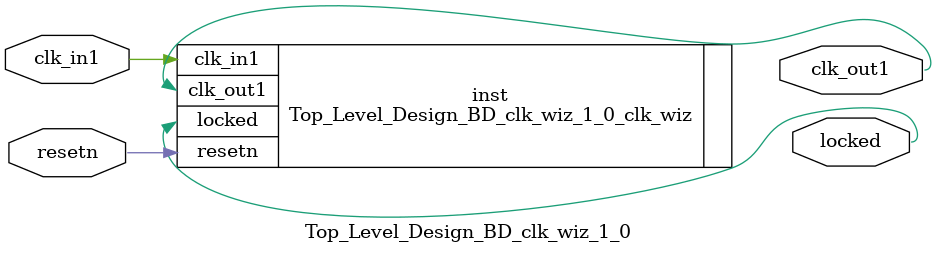
<source format=v>


`timescale 1ps/1ps

(* CORE_GENERATION_INFO = "Top_Level_Design_BD_clk_wiz_1_0,clk_wiz_v5_3_1,{component_name=Top_Level_Design_BD_clk_wiz_1_0,use_phase_alignment=true,use_min_o_jitter=false,use_max_i_jitter=false,use_dyn_phase_shift=false,use_inclk_switchover=false,use_dyn_reconfig=false,enable_axi=0,feedback_source=FDBK_AUTO,PRIMITIVE=MMCM,num_out_clk=1,clkin1_period=10.0,clkin2_period=10.0,use_power_down=false,use_reset=true,use_locked=true,use_inclk_stopped=false,feedback_type=SINGLE,CLOCK_MGR_TYPE=NA,manual_override=false}" *)

module Top_Level_Design_BD_clk_wiz_1_0 
 (
 // Clock in ports
  input         clk_in1,
  // Clock out ports
  output        clk_out1,
  // Status and control signals
  input         resetn,
  output        locked
 );

  Top_Level_Design_BD_clk_wiz_1_0_clk_wiz inst
  (
 // Clock in ports
  .clk_in1(clk_in1),
  // Clock out ports  
  .clk_out1(clk_out1),
  // Status and control signals               
  .resetn(resetn), 
  .locked(locked)            
  );

endmodule

</source>
